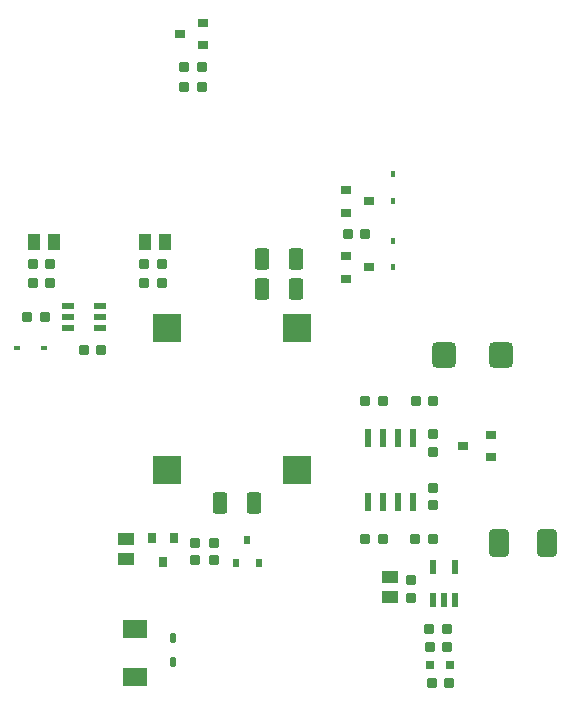
<source format=gtp>
G04*
G04 #@! TF.GenerationSoftware,Altium Limited,Altium Designer,20.1.11 (218)*
G04*
G04 Layer_Color=39423*
%FSLAX24Y24*%
%MOIN*%
G70*
G04*
G04 #@! TF.SameCoordinates,A5535D6C-7374-462B-A5A4-8B47366BF8B1*
G04*
G04*
G04 #@! TF.FilePolarity,Positive*
G04*
G01*
G75*
G04:AMPARAMS|DCode=10|XSize=17.3mil|YSize=15.7mil|CornerRadius=0.8mil|HoleSize=0mil|Usage=FLASHONLY|Rotation=180.000|XOffset=0mil|YOffset=0mil|HoleType=Round|Shape=RoundedRectangle|*
%AMROUNDEDRECTD10*
21,1,0.0173,0.0142,0,0,180.0*
21,1,0.0157,0.0157,0,0,180.0*
1,1,0.0016,-0.0079,0.0071*
1,1,0.0016,0.0079,0.0071*
1,1,0.0016,0.0079,-0.0071*
1,1,0.0016,-0.0079,-0.0071*
%
%ADD10ROUNDEDRECTD10*%
G04:AMPARAMS|DCode=11|XSize=17.3mil|YSize=15.7mil|CornerRadius=0.8mil|HoleSize=0mil|Usage=FLASHONLY|Rotation=90.000|XOffset=0mil|YOffset=0mil|HoleType=Round|Shape=RoundedRectangle|*
%AMROUNDEDRECTD11*
21,1,0.0173,0.0142,0,0,90.0*
21,1,0.0157,0.0157,0,0,90.0*
1,1,0.0016,0.0071,0.0079*
1,1,0.0016,0.0071,-0.0079*
1,1,0.0016,-0.0071,-0.0079*
1,1,0.0016,-0.0071,0.0079*
%
%ADD11ROUNDEDRECTD11*%
G04:AMPARAMS|DCode=12|XSize=21.7mil|YSize=59.1mil|CornerRadius=1.4mil|HoleSize=0mil|Usage=FLASHONLY|Rotation=0.000|XOffset=0mil|YOffset=0mil|HoleType=Round|Shape=RoundedRectangle|*
%AMROUNDEDRECTD12*
21,1,0.0217,0.0563,0,0,0.0*
21,1,0.0189,0.0591,0,0,0.0*
1,1,0.0028,0.0094,-0.0282*
1,1,0.0028,-0.0094,-0.0282*
1,1,0.0028,-0.0094,0.0282*
1,1,0.0028,0.0094,0.0282*
%
%ADD12ROUNDEDRECTD12*%
G04:AMPARAMS|DCode=13|XSize=92.5mil|YSize=65.4mil|CornerRadius=12.5mil|HoleSize=0mil|Usage=FLASHONLY|Rotation=90.000|XOffset=0mil|YOffset=0mil|HoleType=Round|Shape=RoundedRectangle|*
%AMROUNDEDRECTD13*
21,1,0.0925,0.0404,0,0,90.0*
21,1,0.0676,0.0654,0,0,90.0*
1,1,0.0250,0.0202,0.0338*
1,1,0.0250,0.0202,-0.0338*
1,1,0.0250,-0.0202,-0.0338*
1,1,0.0250,-0.0202,0.0338*
%
%ADD13ROUNDEDRECTD13*%
%ADD14R,0.0295X0.0295*%
G04:AMPARAMS|DCode=15|XSize=35mil|YSize=34mil|CornerRadius=6mil|HoleSize=0mil|Usage=FLASHONLY|Rotation=0.000|XOffset=0mil|YOffset=0mil|HoleType=Round|Shape=RoundedRectangle|*
%AMROUNDEDRECTD15*
21,1,0.0350,0.0221,0,0,0.0*
21,1,0.0231,0.0340,0,0,0.0*
1,1,0.0119,0.0116,-0.0111*
1,1,0.0119,-0.0116,-0.0111*
1,1,0.0119,-0.0116,0.0111*
1,1,0.0119,0.0116,0.0111*
%
%ADD15ROUNDEDRECTD15*%
G04:AMPARAMS|DCode=16|XSize=29.5mil|YSize=33.5mil|CornerRadius=2.2mil|HoleSize=0mil|Usage=FLASHONLY|Rotation=270.000|XOffset=0mil|YOffset=0mil|HoleType=Round|Shape=RoundedRectangle|*
%AMROUNDEDRECTD16*
21,1,0.0295,0.0291,0,0,270.0*
21,1,0.0252,0.0335,0,0,270.0*
1,1,0.0043,-0.0146,-0.0126*
1,1,0.0043,-0.0146,0.0126*
1,1,0.0043,0.0146,0.0126*
1,1,0.0043,0.0146,-0.0126*
%
%ADD16ROUNDEDRECTD16*%
G04:AMPARAMS|DCode=17|XSize=35mil|YSize=34mil|CornerRadius=6mil|HoleSize=0mil|Usage=FLASHONLY|Rotation=270.000|XOffset=0mil|YOffset=0mil|HoleType=Round|Shape=RoundedRectangle|*
%AMROUNDEDRECTD17*
21,1,0.0350,0.0221,0,0,270.0*
21,1,0.0231,0.0340,0,0,270.0*
1,1,0.0119,-0.0111,-0.0116*
1,1,0.0119,-0.0111,0.0116*
1,1,0.0119,0.0111,0.0116*
1,1,0.0119,0.0111,-0.0116*
%
%ADD17ROUNDEDRECTD17*%
G04:AMPARAMS|DCode=18|XSize=19.7mil|YSize=31.5mil|CornerRadius=4.9mil|HoleSize=0mil|Usage=FLASHONLY|Rotation=0.000|XOffset=0mil|YOffset=0mil|HoleType=Round|Shape=RoundedRectangle|*
%AMROUNDEDRECTD18*
21,1,0.0197,0.0217,0,0,0.0*
21,1,0.0098,0.0315,0,0,0.0*
1,1,0.0098,0.0049,-0.0108*
1,1,0.0098,-0.0049,-0.0108*
1,1,0.0098,-0.0049,0.0108*
1,1,0.0098,0.0049,0.0108*
%
%ADD18ROUNDEDRECTD18*%
G04:AMPARAMS|DCode=19|XSize=55mil|YSize=43mil|CornerRadius=8mil|HoleSize=0mil|Usage=FLASHONLY|Rotation=0.000|XOffset=0mil|YOffset=0mil|HoleType=Round|Shape=RoundedRectangle|*
%AMROUNDEDRECTD19*
21,1,0.0550,0.0271,0,0,0.0*
21,1,0.0391,0.0430,0,0,0.0*
1,1,0.0159,0.0195,-0.0135*
1,1,0.0159,-0.0195,-0.0135*
1,1,0.0159,-0.0195,0.0135*
1,1,0.0159,0.0195,0.0135*
%
%ADD19ROUNDEDRECTD19*%
%ADD20R,0.0433X0.0236*%
%ADD21R,0.0197X0.0481*%
G04:AMPARAMS|DCode=22|XSize=27.6mil|YSize=35.4mil|CornerRadius=1.2mil|HoleSize=0mil|Usage=FLASHONLY|Rotation=270.000|XOffset=0mil|YOffset=0mil|HoleType=Round|Shape=RoundedRectangle|*
%AMROUNDEDRECTD22*
21,1,0.0276,0.0331,0,0,270.0*
21,1,0.0252,0.0354,0,0,270.0*
1,1,0.0024,-0.0165,-0.0126*
1,1,0.0024,-0.0165,0.0126*
1,1,0.0024,0.0165,0.0126*
1,1,0.0024,0.0165,-0.0126*
%
%ADD22ROUNDEDRECTD22*%
G04:AMPARAMS|DCode=23|XSize=55mil|YSize=43mil|CornerRadius=8mil|HoleSize=0mil|Usage=FLASHONLY|Rotation=270.000|XOffset=0mil|YOffset=0mil|HoleType=Round|Shape=RoundedRectangle|*
%AMROUNDEDRECTD23*
21,1,0.0550,0.0271,0,0,270.0*
21,1,0.0391,0.0430,0,0,270.0*
1,1,0.0159,-0.0135,-0.0195*
1,1,0.0159,-0.0135,0.0195*
1,1,0.0159,0.0135,0.0195*
1,1,0.0159,0.0135,-0.0195*
%
%ADD23ROUNDEDRECTD23*%
G04:AMPARAMS|DCode=24|XSize=96.5mil|YSize=96.5mil|CornerRadius=8.9mil|HoleSize=0mil|Usage=FLASHONLY|Rotation=270.000|XOffset=0mil|YOffset=0mil|HoleType=Round|Shape=RoundedRectangle|*
%AMROUNDEDRECTD24*
21,1,0.0965,0.0787,0,0,270.0*
21,1,0.0787,0.0965,0,0,270.0*
1,1,0.0177,-0.0394,-0.0394*
1,1,0.0177,-0.0394,0.0394*
1,1,0.0177,0.0394,0.0394*
1,1,0.0177,0.0394,-0.0394*
%
%ADD24ROUNDEDRECTD24*%
G04:AMPARAMS|DCode=25|XSize=71mil|YSize=47mil|CornerRadius=8mil|HoleSize=0mil|Usage=FLASHONLY|Rotation=90.000|XOffset=0mil|YOffset=0mil|HoleType=Round|Shape=RoundedRectangle|*
%AMROUNDEDRECTD25*
21,1,0.0710,0.0310,0,0,90.0*
21,1,0.0550,0.0470,0,0,90.0*
1,1,0.0160,0.0155,0.0275*
1,1,0.0160,0.0155,-0.0275*
1,1,0.0160,-0.0155,-0.0275*
1,1,0.0160,-0.0155,0.0275*
%
%ADD25ROUNDEDRECTD25*%
G04:AMPARAMS|DCode=26|XSize=87mil|YSize=83.1mil|CornerRadius=20.3mil|HoleSize=0mil|Usage=FLASHONLY|Rotation=270.000|XOffset=0mil|YOffset=0mil|HoleType=Round|Shape=RoundedRectangle|*
%AMROUNDEDRECTD26*
21,1,0.0870,0.0425,0,0,270.0*
21,1,0.0465,0.0831,0,0,270.0*
1,1,0.0406,-0.0213,-0.0232*
1,1,0.0406,-0.0213,0.0232*
1,1,0.0406,0.0213,0.0232*
1,1,0.0406,0.0213,-0.0232*
%
%ADD26ROUNDEDRECTD26*%
%ADD27R,0.0200X0.0265*%
G04:AMPARAMS|DCode=28|XSize=29.5mil|YSize=33.5mil|CornerRadius=2.2mil|HoleSize=0mil|Usage=FLASHONLY|Rotation=0.000|XOffset=0mil|YOffset=0mil|HoleType=Round|Shape=RoundedRectangle|*
%AMROUNDEDRECTD28*
21,1,0.0295,0.0291,0,0,0.0*
21,1,0.0252,0.0335,0,0,0.0*
1,1,0.0043,0.0126,-0.0146*
1,1,0.0043,-0.0126,-0.0146*
1,1,0.0043,-0.0126,0.0146*
1,1,0.0043,0.0126,0.0146*
%
%ADD28ROUNDEDRECTD28*%
%ADD29R,0.0846X0.0610*%
D10*
X5333Y11825D02*
D03*
X6230D02*
D03*
D11*
X17870Y17629D02*
D03*
Y16731D02*
D03*
X17858Y15420D02*
D03*
Y14522D02*
D03*
D12*
X18523Y6711D02*
D03*
X18023D02*
D03*
X17523D02*
D03*
X17023D02*
D03*
X18523Y8837D02*
D03*
X18023D02*
D03*
X17523D02*
D03*
X17023D02*
D03*
D13*
X23007Y5331D02*
D03*
X21393D02*
D03*
D14*
X19109Y1272D02*
D03*
X19759D02*
D03*
D15*
X19148Y673D02*
D03*
X19738D02*
D03*
X11481Y20529D02*
D03*
X10891D02*
D03*
X10895Y21194D02*
D03*
X11485D02*
D03*
X19195Y5481D02*
D03*
X18605D02*
D03*
X16932Y5481D02*
D03*
X17522D02*
D03*
X16932Y10081D02*
D03*
X17522D02*
D03*
X19209D02*
D03*
X18619D02*
D03*
X19073Y2483D02*
D03*
X19663D02*
D03*
X19673Y1863D02*
D03*
X19083D02*
D03*
X7549Y11772D02*
D03*
X8139D02*
D03*
X5665Y12880D02*
D03*
X6255D02*
D03*
X9563Y14007D02*
D03*
X10153D02*
D03*
Y14625D02*
D03*
X9563D02*
D03*
X6444Y14007D02*
D03*
X5854D02*
D03*
Y14625D02*
D03*
X6444D02*
D03*
X16940Y15653D02*
D03*
X16350D02*
D03*
D16*
X10754Y22314D02*
D03*
X11542Y22688D02*
D03*
Y21940D02*
D03*
X17080Y16726D02*
D03*
X16293Y16352D02*
D03*
Y17100D02*
D03*
X17080Y14527D02*
D03*
X16293Y14153D02*
D03*
Y14901D02*
D03*
D17*
X19209Y7181D02*
D03*
Y6591D02*
D03*
X19209Y8378D02*
D03*
Y8968D02*
D03*
X11268Y4763D02*
D03*
Y5353D02*
D03*
X18475Y4104D02*
D03*
Y3514D02*
D03*
X11894Y5353D02*
D03*
Y4763D02*
D03*
D18*
X10539Y2162D02*
D03*
Y1375D02*
D03*
D19*
X8980Y5478D02*
D03*
Y4808D02*
D03*
X17764Y3529D02*
D03*
Y4199D02*
D03*
D20*
X8098Y12502D02*
D03*
Y12876D02*
D03*
Y13250D02*
D03*
X7035D02*
D03*
Y12876D02*
D03*
Y12502D02*
D03*
D21*
X19196Y3444D02*
D03*
X19570D02*
D03*
X19944D02*
D03*
Y4527D02*
D03*
X19196D02*
D03*
D22*
X21144Y8197D02*
D03*
Y8945D02*
D03*
X20199Y8571D02*
D03*
D23*
X9605Y15370D02*
D03*
X10275D02*
D03*
X5895D02*
D03*
X6565D02*
D03*
D24*
X14655Y7777D02*
D03*
X10324D02*
D03*
X14655Y12501D02*
D03*
X10324D02*
D03*
D25*
X13240Y6660D02*
D03*
X12100D02*
D03*
X14646Y14794D02*
D03*
X13506D02*
D03*
X14646Y13795D02*
D03*
X13506D02*
D03*
D26*
X19549Y11604D02*
D03*
X21478D02*
D03*
D27*
X12636Y4672D02*
D03*
X13384D02*
D03*
X13010Y5447D02*
D03*
D28*
X10576Y5494D02*
D03*
X9828D02*
D03*
X10202Y4707D02*
D03*
D29*
X9252Y866D02*
D03*
Y2466D02*
D03*
M02*

</source>
